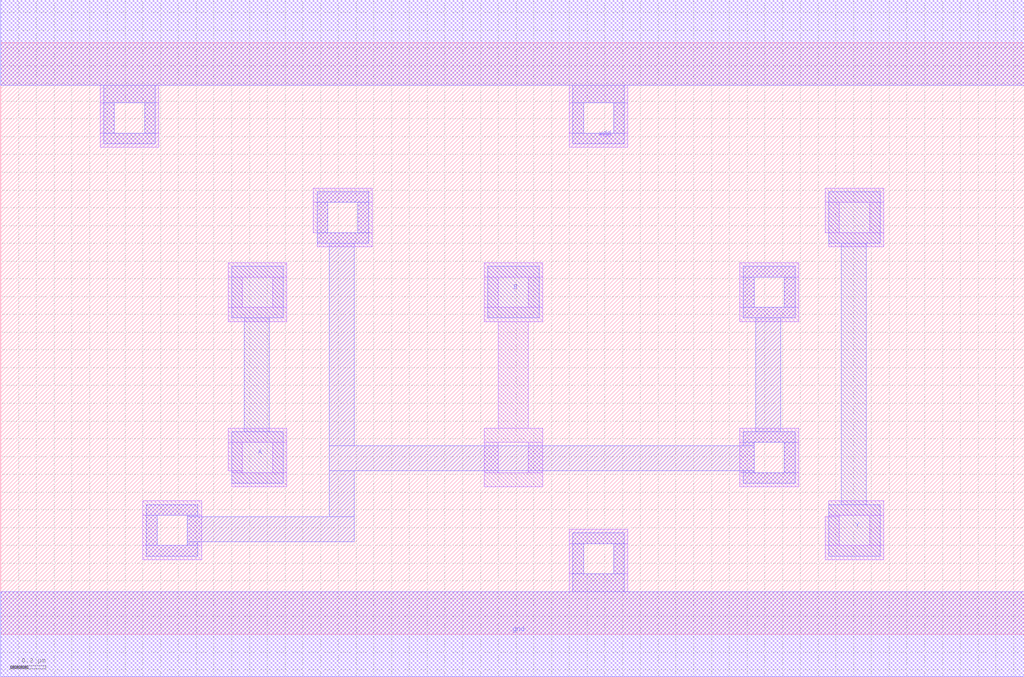
<source format=lef>
VERSION 5.7 ;
  NOWIREEXTENSIONATPIN ON ;
  DIVIDERCHAR "/" ;
  BUSBITCHARS "[]" ;
MACRO AND2X2
  CLASS CORE ;
  FOREIGN AND2X2 ;
  ORIGIN 0.000 0.000 ;
  SIZE 5.760 BY 3.330 ;
  SYMMETRY X Y R90 ;
  SITE unit ;
  PIN vdd
    DIRECTION INOUT ;
    USE POWER ;
    SHAPE ABUTMENT ;
    PORT
      LAYER met1 ;
        RECT 0.000 3.090 5.760 3.570 ;
        RECT 0.580 2.990 0.870 3.090 ;
        RECT 0.580 2.820 0.640 2.990 ;
        RECT 0.810 2.820 0.870 2.990 ;
        RECT 0.580 2.760 0.870 2.820 ;
        RECT 3.220 2.990 3.510 3.090 ;
        RECT 3.220 2.820 3.280 2.990 ;
        RECT 3.450 2.820 3.510 2.990 ;
        RECT 3.220 2.760 3.510 2.820 ;
    END
    PORT
      LAYER li1 ;
        RECT 0.000 3.090 5.760 3.570 ;
        RECT 0.560 2.990 0.890 3.090 ;
        RECT 0.560 2.820 0.640 2.990 ;
        RECT 0.810 2.820 0.890 2.990 ;
        RECT 0.560 2.740 0.890 2.820 ;
        RECT 3.200 2.990 3.530 3.090 ;
        RECT 3.200 2.820 3.280 2.990 ;
        RECT 3.450 2.820 3.530 2.990 ;
        RECT 3.200 2.740 3.530 2.820 ;
    END
  END vdd
  PIN gnd
    DIRECTION INOUT ;
    USE GROUND ;
    SHAPE ABUTMENT ;
    PORT
      LAYER met1 ;
        RECT 3.220 0.510 3.510 0.570 ;
        RECT 3.220 0.340 3.280 0.510 ;
        RECT 3.450 0.340 3.510 0.510 ;
        RECT 3.220 0.240 3.510 0.340 ;
        RECT 0.000 -0.240 5.760 0.240 ;
    END
    PORT
      LAYER li1 ;
        RECT 3.200 0.510 3.530 0.590 ;
        RECT 3.200 0.340 3.280 0.510 ;
        RECT 3.450 0.340 3.530 0.510 ;
        RECT 3.200 0.240 3.530 0.340 ;
        RECT 0.000 -0.240 5.760 0.240 ;
    END
  END gnd
  PIN Y
    DIRECTION INOUT ;
    USE SIGNAL ;
    SHAPE ABUTMENT ;
    PORT
      LAYER met1 ;
        RECT 4.660 2.200 4.950 2.490 ;
        RECT 4.730 0.730 4.870 2.200 ;
        RECT 4.660 0.440 4.950 0.730 ;
    END
  END Y
  PIN A
    DIRECTION INOUT ;
    USE SIGNAL ;
    SHAPE ABUTMENT ;
    PORT
      LAYER met1 ;
        RECT 1.300 1.780 1.590 2.070 ;
        RECT 1.370 1.140 1.510 1.780 ;
        RECT 1.300 0.850 1.590 1.140 ;
    END
  END A
  PIN B
    DIRECTION INOUT ;
    USE SIGNAL ;
    SHAPE ABUTMENT ;
    PORT
      LAYER met1 ;
        RECT 2.740 1.780 3.030 2.070 ;
    END
  END B
  OBS
      LAYER li1 ;
        RECT 1.760 2.430 2.090 2.510 ;
        RECT 1.760 2.260 1.840 2.430 ;
        RECT 2.010 2.260 2.090 2.430 ;
        RECT 4.640 2.430 4.970 2.510 ;
        RECT 4.640 2.260 4.720 2.430 ;
        RECT 4.890 2.260 4.970 2.430 ;
        RECT 1.780 2.180 2.090 2.260 ;
        RECT 4.660 2.180 4.970 2.260 ;
        RECT 1.280 2.010 1.610 2.090 ;
        RECT 1.280 1.840 1.360 2.010 ;
        RECT 1.530 1.840 1.610 2.010 ;
        RECT 1.280 1.760 1.610 1.840 ;
        RECT 2.720 2.010 3.050 2.090 ;
        RECT 2.720 1.840 2.800 2.010 ;
        RECT 2.970 1.840 3.050 2.010 ;
        RECT 2.720 1.760 3.050 1.840 ;
        RECT 4.160 2.010 4.490 2.090 ;
        RECT 4.160 1.840 4.240 2.010 ;
        RECT 4.410 1.840 4.490 2.010 ;
        RECT 4.160 1.760 4.490 1.840 ;
        RECT 2.800 1.160 2.970 1.760 ;
        RECT 1.280 1.080 1.610 1.160 ;
        RECT 1.280 0.920 1.360 1.080 ;
        RECT 1.300 0.910 1.360 0.920 ;
        RECT 1.530 0.910 1.610 1.080 ;
        RECT 1.300 0.830 1.610 0.910 ;
        RECT 2.720 1.080 3.050 1.160 ;
        RECT 2.720 0.910 2.800 1.080 ;
        RECT 2.970 0.910 3.050 1.080 ;
        RECT 2.720 0.830 3.050 0.910 ;
        RECT 4.160 1.080 4.490 1.160 ;
        RECT 4.160 0.910 4.240 1.080 ;
        RECT 4.410 0.910 4.490 1.080 ;
        RECT 4.160 0.830 4.490 0.910 ;
        RECT 0.800 0.670 1.130 0.750 ;
        RECT 0.800 0.500 0.880 0.670 ;
        RECT 1.050 0.500 1.130 0.670 ;
        RECT 4.660 0.670 4.970 0.750 ;
        RECT 4.660 0.660 4.720 0.670 ;
        RECT 0.800 0.420 1.130 0.500 ;
        RECT 4.640 0.500 4.720 0.660 ;
        RECT 4.890 0.500 4.970 0.670 ;
        RECT 4.640 0.420 4.970 0.500 ;
      LAYER met1 ;
        RECT 1.780 2.430 2.070 2.490 ;
        RECT 1.780 2.260 1.840 2.430 ;
        RECT 2.010 2.260 2.070 2.430 ;
        RECT 1.780 2.200 2.070 2.260 ;
        RECT 1.850 1.060 1.990 2.200 ;
        RECT 4.180 2.010 4.470 2.070 ;
        RECT 4.180 1.840 4.240 2.010 ;
        RECT 4.410 1.840 4.470 2.010 ;
        RECT 4.180 1.780 4.470 1.840 ;
        RECT 4.250 1.140 4.390 1.780 ;
        RECT 4.180 1.080 4.470 1.140 ;
        RECT 4.180 1.060 4.240 1.080 ;
        RECT 1.850 0.920 4.240 1.060 ;
        RECT 0.820 0.670 1.110 0.730 ;
        RECT 0.820 0.500 0.880 0.670 ;
        RECT 1.050 0.660 1.110 0.670 ;
        RECT 1.850 0.660 1.990 0.920 ;
        RECT 4.180 0.910 4.240 0.920 ;
        RECT 4.410 0.910 4.470 1.080 ;
        RECT 4.180 0.850 4.470 0.910 ;
        RECT 1.050 0.520 1.990 0.660 ;
        RECT 1.050 0.500 1.110 0.520 ;
        RECT 0.820 0.440 1.110 0.500 ;
  END
END AND2X2
END LIBRARY


</source>
